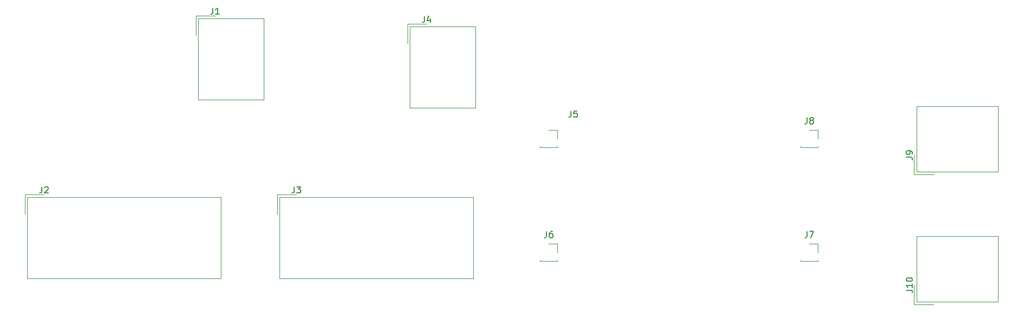
<source format=gbr>
G04 #@! TF.GenerationSoftware,KiCad,Pcbnew,(5.1.5)-1*
G04 #@! TF.CreationDate,2020-02-15T15:22:26-05:00*
G04 #@! TF.ProjectId,potencia,706f7465-6e63-4696-912e-6b696361645f,rev?*
G04 #@! TF.SameCoordinates,Original*
G04 #@! TF.FileFunction,Legend,Top*
G04 #@! TF.FilePolarity,Positive*
%FSLAX46Y46*%
G04 Gerber Fmt 4.6, Leading zero omitted, Abs format (unit mm)*
G04 Created by KiCad (PCBNEW (5.1.5)-1) date 2020-02-15 15:22:26*
%MOMM*%
%LPD*%
G04 APERTURE LIST*
%ADD10C,0.120000*%
%ADD11C,0.150000*%
G04 APERTURE END LIST*
D10*
X85900000Y-70160000D02*
X85900000Y-67160000D01*
X85900000Y-67160000D02*
X88900000Y-67160000D01*
X86280000Y-67540000D02*
X96520000Y-67540000D01*
X96520000Y-67540000D02*
X96520000Y-80280000D01*
X86280000Y-80280000D02*
X96520000Y-80280000D01*
X86280000Y-67540000D02*
X86280000Y-80280000D01*
X86280000Y-67540000D02*
X96520000Y-67540000D01*
X96520000Y-67540000D02*
X96520000Y-80280000D01*
X86280000Y-80280000D02*
X96520000Y-80280000D01*
X86280000Y-67540000D02*
X86280000Y-80280000D01*
X59230000Y-98100000D02*
X59230000Y-95100000D01*
X59230000Y-95100000D02*
X62230000Y-95100000D01*
X59610000Y-95480000D02*
X89850000Y-95480000D01*
X89850000Y-95480000D02*
X89850000Y-108220000D01*
X59610000Y-108220000D02*
X89850000Y-108220000D01*
X59610000Y-95480000D02*
X59610000Y-108220000D01*
X59610000Y-95480000D02*
X89850000Y-95480000D01*
X89850000Y-95480000D02*
X89850000Y-108220000D01*
X59610000Y-108220000D02*
X89850000Y-108220000D01*
X59610000Y-95480000D02*
X59610000Y-108220000D01*
X98980000Y-95480000D02*
X98980000Y-108220000D01*
X98980000Y-108220000D02*
X129220000Y-108220000D01*
X129220000Y-95480000D02*
X129220000Y-108220000D01*
X98980000Y-95480000D02*
X129220000Y-95480000D01*
X98980000Y-95480000D02*
X98980000Y-108220000D01*
X98980000Y-108220000D02*
X129220000Y-108220000D01*
X129220000Y-95480000D02*
X129220000Y-108220000D01*
X98980000Y-95480000D02*
X129220000Y-95480000D01*
X98600000Y-95100000D02*
X101600000Y-95100000D01*
X98600000Y-98100000D02*
X98600000Y-95100000D01*
X118920000Y-71430000D02*
X118920000Y-68430000D01*
X118920000Y-68430000D02*
X121920000Y-68430000D01*
X119300000Y-68810000D02*
X129540000Y-68810000D01*
X129540000Y-68810000D02*
X129540000Y-81550000D01*
X119300000Y-81550000D02*
X129540000Y-81550000D01*
X119300000Y-68810000D02*
X119300000Y-81550000D01*
X119300000Y-68810000D02*
X129540000Y-68810000D01*
X129540000Y-68810000D02*
X129540000Y-81550000D01*
X119300000Y-81550000D02*
X129540000Y-81550000D01*
X119300000Y-68810000D02*
X119300000Y-81550000D01*
X139640000Y-87690000D02*
X142300000Y-87690000D01*
X139640000Y-87570000D02*
X139640000Y-87690000D01*
X142300000Y-87570000D02*
X142300000Y-87690000D01*
X142300000Y-85030000D02*
X142300000Y-86360000D01*
X140970000Y-85030000D02*
X142300000Y-85030000D01*
X140970000Y-102810000D02*
X142300000Y-102810000D01*
X142300000Y-102810000D02*
X142300000Y-104140000D01*
X142300000Y-105350000D02*
X142300000Y-105470000D01*
X139640000Y-105350000D02*
X139640000Y-105470000D01*
X139640000Y-105470000D02*
X142300000Y-105470000D01*
X180280000Y-105470000D02*
X182940000Y-105470000D01*
X180280000Y-105350000D02*
X180280000Y-105470000D01*
X182940000Y-105350000D02*
X182940000Y-105470000D01*
X182940000Y-102810000D02*
X182940000Y-104140000D01*
X181610000Y-102810000D02*
X182940000Y-102810000D01*
X181610000Y-85030000D02*
X182940000Y-85030000D01*
X182940000Y-85030000D02*
X182940000Y-86360000D01*
X182940000Y-87570000D02*
X182940000Y-87690000D01*
X180280000Y-87570000D02*
X180280000Y-87690000D01*
X180280000Y-87690000D02*
X182940000Y-87690000D01*
X198350000Y-91520000D02*
X211090000Y-91520000D01*
X211090000Y-91520000D02*
X211090000Y-81280000D01*
X198350000Y-81280000D02*
X211090000Y-81280000D01*
X198350000Y-91520000D02*
X198350000Y-81280000D01*
X198350000Y-91520000D02*
X211090000Y-91520000D01*
X211090000Y-91520000D02*
X211090000Y-81280000D01*
X198350000Y-81280000D02*
X211090000Y-81280000D01*
X198350000Y-91520000D02*
X198350000Y-81280000D01*
X197970000Y-91900000D02*
X197970000Y-88900000D01*
X200970000Y-91900000D02*
X197970000Y-91900000D01*
X198350000Y-111840000D02*
X211090000Y-111840000D01*
X211090000Y-111840000D02*
X211090000Y-101600000D01*
X198350000Y-101600000D02*
X211090000Y-101600000D01*
X198350000Y-111840000D02*
X198350000Y-101600000D01*
X198350000Y-111840000D02*
X211090000Y-111840000D01*
X211090000Y-111840000D02*
X211090000Y-101600000D01*
X198350000Y-101600000D02*
X211090000Y-101600000D01*
X198350000Y-111840000D02*
X198350000Y-101600000D01*
X197970000Y-112220000D02*
X197970000Y-109220000D01*
X200970000Y-112220000D02*
X197970000Y-112220000D01*
D11*
X88566666Y-65912380D02*
X88566666Y-66626666D01*
X88519047Y-66769523D01*
X88423809Y-66864761D01*
X88280952Y-66912380D01*
X88185714Y-66912380D01*
X89566666Y-66912380D02*
X88995238Y-66912380D01*
X89280952Y-66912380D02*
X89280952Y-65912380D01*
X89185714Y-66055238D01*
X89090476Y-66150476D01*
X88995238Y-66198095D01*
X61896666Y-93852380D02*
X61896666Y-94566666D01*
X61849047Y-94709523D01*
X61753809Y-94804761D01*
X61610952Y-94852380D01*
X61515714Y-94852380D01*
X62325238Y-93947619D02*
X62372857Y-93900000D01*
X62468095Y-93852380D01*
X62706190Y-93852380D01*
X62801428Y-93900000D01*
X62849047Y-93947619D01*
X62896666Y-94042857D01*
X62896666Y-94138095D01*
X62849047Y-94280952D01*
X62277619Y-94852380D01*
X62896666Y-94852380D01*
X101266666Y-93852380D02*
X101266666Y-94566666D01*
X101219047Y-94709523D01*
X101123809Y-94804761D01*
X100980952Y-94852380D01*
X100885714Y-94852380D01*
X101647619Y-93852380D02*
X102266666Y-93852380D01*
X101933333Y-94233333D01*
X102076190Y-94233333D01*
X102171428Y-94280952D01*
X102219047Y-94328571D01*
X102266666Y-94423809D01*
X102266666Y-94661904D01*
X102219047Y-94757142D01*
X102171428Y-94804761D01*
X102076190Y-94852380D01*
X101790476Y-94852380D01*
X101695238Y-94804761D01*
X101647619Y-94757142D01*
X121586666Y-67182380D02*
X121586666Y-67896666D01*
X121539047Y-68039523D01*
X121443809Y-68134761D01*
X121300952Y-68182380D01*
X121205714Y-68182380D01*
X122491428Y-67515714D02*
X122491428Y-68182380D01*
X122253333Y-67134761D02*
X122015238Y-67849047D01*
X122634285Y-67849047D01*
X144446666Y-82002380D02*
X144446666Y-82716666D01*
X144399047Y-82859523D01*
X144303809Y-82954761D01*
X144160952Y-83002380D01*
X144065714Y-83002380D01*
X145399047Y-82002380D02*
X144922857Y-82002380D01*
X144875238Y-82478571D01*
X144922857Y-82430952D01*
X145018095Y-82383333D01*
X145256190Y-82383333D01*
X145351428Y-82430952D01*
X145399047Y-82478571D01*
X145446666Y-82573809D01*
X145446666Y-82811904D01*
X145399047Y-82907142D01*
X145351428Y-82954761D01*
X145256190Y-83002380D01*
X145018095Y-83002380D01*
X144922857Y-82954761D01*
X144875238Y-82907142D01*
X140636666Y-100822380D02*
X140636666Y-101536666D01*
X140589047Y-101679523D01*
X140493809Y-101774761D01*
X140350952Y-101822380D01*
X140255714Y-101822380D01*
X141541428Y-100822380D02*
X141350952Y-100822380D01*
X141255714Y-100870000D01*
X141208095Y-100917619D01*
X141112857Y-101060476D01*
X141065238Y-101250952D01*
X141065238Y-101631904D01*
X141112857Y-101727142D01*
X141160476Y-101774761D01*
X141255714Y-101822380D01*
X141446190Y-101822380D01*
X141541428Y-101774761D01*
X141589047Y-101727142D01*
X141636666Y-101631904D01*
X141636666Y-101393809D01*
X141589047Y-101298571D01*
X141541428Y-101250952D01*
X141446190Y-101203333D01*
X141255714Y-101203333D01*
X141160476Y-101250952D01*
X141112857Y-101298571D01*
X141065238Y-101393809D01*
X181276666Y-100822380D02*
X181276666Y-101536666D01*
X181229047Y-101679523D01*
X181133809Y-101774761D01*
X180990952Y-101822380D01*
X180895714Y-101822380D01*
X181657619Y-100822380D02*
X182324285Y-100822380D01*
X181895714Y-101822380D01*
X181276666Y-83042380D02*
X181276666Y-83756666D01*
X181229047Y-83899523D01*
X181133809Y-83994761D01*
X180990952Y-84042380D01*
X180895714Y-84042380D01*
X181895714Y-83470952D02*
X181800476Y-83423333D01*
X181752857Y-83375714D01*
X181705238Y-83280476D01*
X181705238Y-83232857D01*
X181752857Y-83137619D01*
X181800476Y-83090000D01*
X181895714Y-83042380D01*
X182086190Y-83042380D01*
X182181428Y-83090000D01*
X182229047Y-83137619D01*
X182276666Y-83232857D01*
X182276666Y-83280476D01*
X182229047Y-83375714D01*
X182181428Y-83423333D01*
X182086190Y-83470952D01*
X181895714Y-83470952D01*
X181800476Y-83518571D01*
X181752857Y-83566190D01*
X181705238Y-83661428D01*
X181705238Y-83851904D01*
X181752857Y-83947142D01*
X181800476Y-83994761D01*
X181895714Y-84042380D01*
X182086190Y-84042380D01*
X182181428Y-83994761D01*
X182229047Y-83947142D01*
X182276666Y-83851904D01*
X182276666Y-83661428D01*
X182229047Y-83566190D01*
X182181428Y-83518571D01*
X182086190Y-83470952D01*
X196722380Y-89233333D02*
X197436666Y-89233333D01*
X197579523Y-89280952D01*
X197674761Y-89376190D01*
X197722380Y-89519047D01*
X197722380Y-89614285D01*
X197722380Y-88709523D02*
X197722380Y-88519047D01*
X197674761Y-88423809D01*
X197627142Y-88376190D01*
X197484285Y-88280952D01*
X197293809Y-88233333D01*
X196912857Y-88233333D01*
X196817619Y-88280952D01*
X196770000Y-88328571D01*
X196722380Y-88423809D01*
X196722380Y-88614285D01*
X196770000Y-88709523D01*
X196817619Y-88757142D01*
X196912857Y-88804761D01*
X197150952Y-88804761D01*
X197246190Y-88757142D01*
X197293809Y-88709523D01*
X197341428Y-88614285D01*
X197341428Y-88423809D01*
X197293809Y-88328571D01*
X197246190Y-88280952D01*
X197150952Y-88233333D01*
X196722380Y-110029523D02*
X197436666Y-110029523D01*
X197579523Y-110077142D01*
X197674761Y-110172380D01*
X197722380Y-110315238D01*
X197722380Y-110410476D01*
X197722380Y-109029523D02*
X197722380Y-109600952D01*
X197722380Y-109315238D02*
X196722380Y-109315238D01*
X196865238Y-109410476D01*
X196960476Y-109505714D01*
X197008095Y-109600952D01*
X196722380Y-108410476D02*
X196722380Y-108315238D01*
X196770000Y-108220000D01*
X196817619Y-108172380D01*
X196912857Y-108124761D01*
X197103333Y-108077142D01*
X197341428Y-108077142D01*
X197531904Y-108124761D01*
X197627142Y-108172380D01*
X197674761Y-108220000D01*
X197722380Y-108315238D01*
X197722380Y-108410476D01*
X197674761Y-108505714D01*
X197627142Y-108553333D01*
X197531904Y-108600952D01*
X197341428Y-108648571D01*
X197103333Y-108648571D01*
X196912857Y-108600952D01*
X196817619Y-108553333D01*
X196770000Y-108505714D01*
X196722380Y-108410476D01*
M02*

</source>
